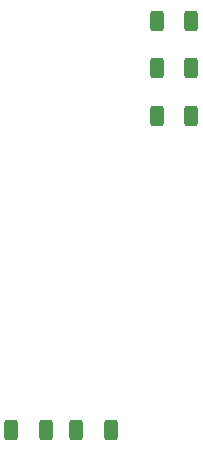
<source format=gbr>
%TF.GenerationSoftware,KiCad,Pcbnew,9.0.4*%
%TF.CreationDate,2025-10-29T20:45:07+01:00*%
%TF.ProjectId,Modu__Zaworu,4d6f6475-425f-45a6-9177-6f72752e6b69,rev?*%
%TF.SameCoordinates,Original*%
%TF.FileFunction,Paste,Bot*%
%TF.FilePolarity,Positive*%
%FSLAX46Y46*%
G04 Gerber Fmt 4.6, Leading zero omitted, Abs format (unit mm)*
G04 Created by KiCad (PCBNEW 9.0.4) date 2025-10-29 20:45:07*
%MOMM*%
%LPD*%
G01*
G04 APERTURE LIST*
G04 Aperture macros list*
%AMRoundRect*
0 Rectangle with rounded corners*
0 $1 Rounding radius*
0 $2 $3 $4 $5 $6 $7 $8 $9 X,Y pos of 4 corners*
0 Add a 4 corners polygon primitive as box body*
4,1,4,$2,$3,$4,$5,$6,$7,$8,$9,$2,$3,0*
0 Add four circle primitives for the rounded corners*
1,1,$1+$1,$2,$3*
1,1,$1+$1,$4,$5*
1,1,$1+$1,$6,$7*
1,1,$1+$1,$8,$9*
0 Add four rect primitives between the rounded corners*
20,1,$1+$1,$2,$3,$4,$5,0*
20,1,$1+$1,$4,$5,$6,$7,0*
20,1,$1+$1,$6,$7,$8,$9,0*
20,1,$1+$1,$8,$9,$2,$3,0*%
G04 Aperture macros list end*
%ADD10RoundRect,0.250000X-0.312500X-0.625000X0.312500X-0.625000X0.312500X0.625000X-0.312500X0.625000X0*%
%ADD11RoundRect,0.250000X0.312500X0.625000X-0.312500X0.625000X-0.312500X-0.625000X0.312500X-0.625000X0*%
G04 APERTURE END LIST*
D10*
%TO.C,R9*%
X205237500Y-106618750D03*
X208162500Y-106618750D03*
%TD*%
D11*
%TO.C,R7*%
X215000000Y-80000000D03*
X212075000Y-80000000D03*
%TD*%
D10*
%TO.C,R8*%
X212075000Y-72000000D03*
X215000000Y-72000000D03*
%TD*%
%TO.C,R10*%
X199775000Y-106618750D03*
X202700000Y-106618750D03*
%TD*%
%TO.C,R6*%
X212062500Y-76000000D03*
X214987500Y-76000000D03*
%TD*%
M02*

</source>
